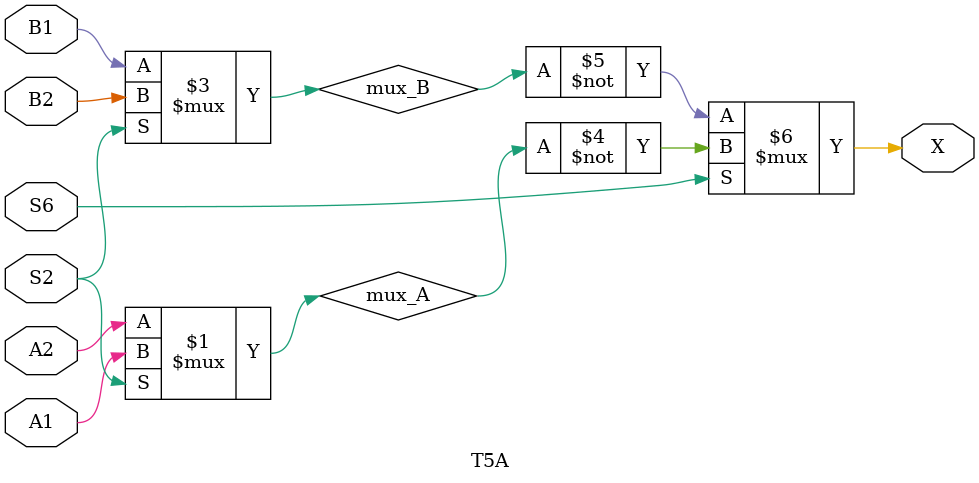
<source format=v>


`timescale 1ns/100ps

// Terminals and polarities checked ok
// S4 ignored because it's always connected to S1 (~S2) ?
// See fujitsu_av_cells.svg for cell trace

module T5A(
	input A1, A2,
	input B1, B2,
	input S2, S6,
	output X
);

wire mux_A = S2 ? A1 : A2;
wire mux_B = ~S2 ? B1 : B2;
assign X = S6 ? ~mux_A : ~mux_B;	// tmax = 3.3ns

endmodule

</source>
